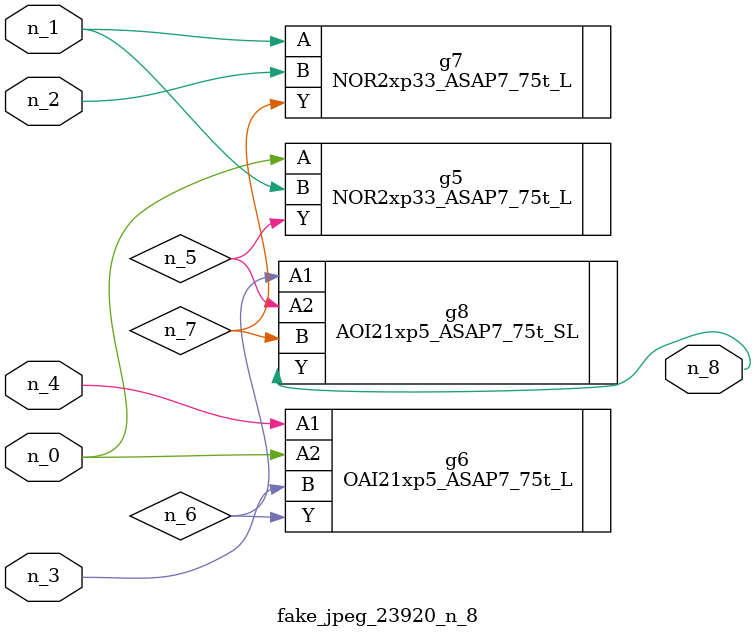
<source format=v>
module fake_jpeg_23920_n_8 (n_3, n_2, n_1, n_0, n_4, n_8);

input n_3;
input n_2;
input n_1;
input n_0;
input n_4;

output n_8;

wire n_6;
wire n_5;
wire n_7;

NOR2xp33_ASAP7_75t_L g5 ( 
.A(n_0),
.B(n_1),
.Y(n_5)
);

OAI21xp5_ASAP7_75t_L g6 ( 
.A1(n_4),
.A2(n_0),
.B(n_3),
.Y(n_6)
);

NOR2xp33_ASAP7_75t_L g7 ( 
.A(n_1),
.B(n_2),
.Y(n_7)
);

AOI21xp5_ASAP7_75t_SL g8 ( 
.A1(n_6),
.A2(n_5),
.B(n_7),
.Y(n_8)
);


endmodule
</source>
